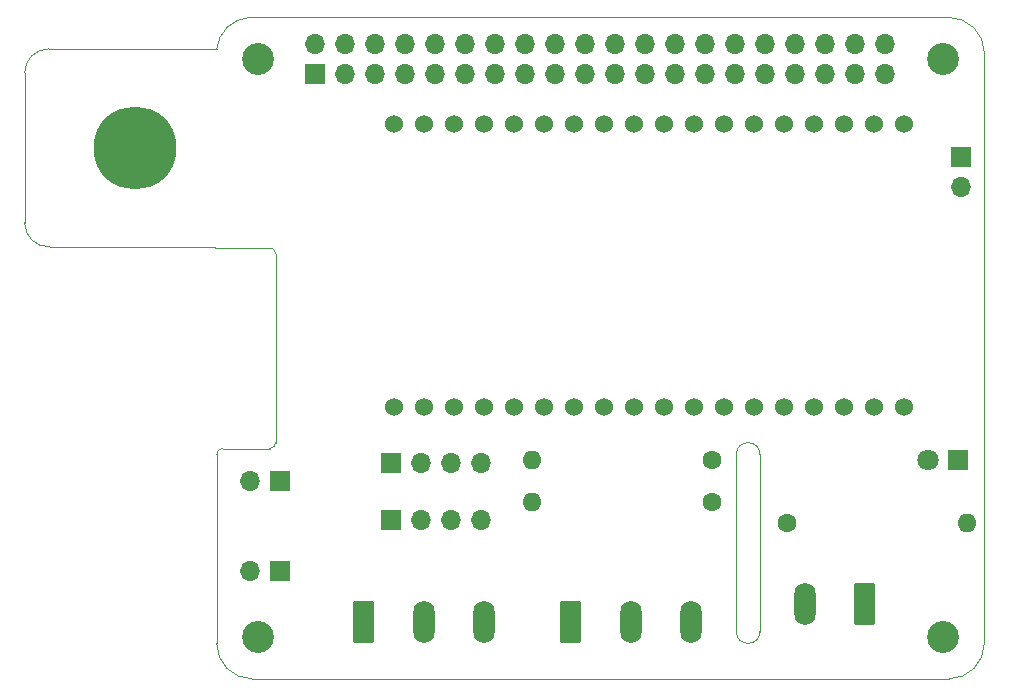
<source format=gbr>
%TF.GenerationSoftware,KiCad,Pcbnew,5.1.5+dfsg1-2build2*%
%TF.CreationDate,2021-04-13T00:34:59-04:00*%
%TF.ProjectId,rasp_heltec_lora_hat,72617370-5f68-4656-9c74-65635f6c6f72,rev?*%
%TF.SameCoordinates,PXbebc200PY8f0d180*%
%TF.FileFunction,Soldermask,Top*%
%TF.FilePolarity,Negative*%
%FSLAX46Y46*%
G04 Gerber Fmt 4.6, Leading zero omitted, Abs format (unit mm)*
G04 Created by KiCad (PCBNEW 5.1.5+dfsg1-2build2) date 2021-04-13 00:34:59*
%MOMM*%
%LPD*%
G04 APERTURE LIST*
%TA.AperFunction,Profile*%
%ADD10C,0.100000*%
%TD*%
%ADD11C,7.000000*%
%ADD12R,1.700000X1.700000*%
%ADD13O,1.700000X1.700000*%
%ADD14C,2.700000*%
%ADD15R,1.800000X1.800000*%
%ADD16C,1.800000*%
%ADD17C,0.100000*%
%ADD18O,1.800000X3.600000*%
%ADD19O,1.600000X1.600000*%
%ADD20C,1.600000*%
%ADD21C,1.524000*%
G04 APERTURE END LIST*
D10*
X-190000Y36578171D02*
X-40000Y36500000D01*
X-14130098Y36578171D02*
X-190000Y36578171D01*
X-14130098Y36578171D02*
G75*
G02X-16256000Y38608000I-93902J2029829D01*
G01*
X-16256000Y51308000D02*
G75*
G02X-14224000Y53340000I2032000J0D01*
G01*
X-40000Y36500000D02*
X500000Y36500000D01*
X-16256000Y51308000D02*
X-16256000Y38608000D01*
X0Y53340000D02*
X-14224000Y53340000D01*
X44000000Y4000000D02*
X44000000Y19000000D01*
X46000000Y19000000D02*
X46000000Y4000000D01*
X46000000Y19000000D02*
G75*
G03X44000000Y19000000I-1000000J0D01*
G01*
X44000000Y4000000D02*
G75*
G03X46000000Y4000000I1000000J0D01*
G01*
X499127Y19499999D02*
G75*
G03X0Y19000000I873J-499999D01*
G01*
X4500000Y19500000D02*
G75*
G03X5000000Y20000000I0J500000D01*
G01*
X5000000Y36000000D02*
G75*
G03X4500000Y36500000I-500000J0D01*
G01*
X65000000Y53000000D02*
G75*
G03X62000000Y56000000I-3000000J0D01*
G01*
X62000000Y0D02*
G75*
G03X65000000Y3000000I0J3000000D01*
G01*
X0Y3000000D02*
G75*
G03X3000000Y0I3000000J0D01*
G01*
X2794452Y56012200D02*
G75*
G03X0Y53340000I205548J-3012200D01*
G01*
X62000000Y56000000D02*
X2794452Y56012200D01*
X4500000Y19500000D02*
X500000Y19500000D01*
X5000000Y36000000D02*
X5000000Y20000000D01*
X500000Y36500000D02*
X4500000Y36500000D01*
X65000000Y3000000D02*
X65000000Y53000000D01*
X3000000Y0D02*
X62000000Y0D01*
X0Y19000000D02*
X0Y3000000D01*
D11*
%TO.C,Antena LoRa*%
X-6874000Y44958000D03*
%TD*%
D12*
%TO.C,P1*%
X8370000Y51230000D03*
D13*
X8370000Y53770000D03*
X10910000Y51230000D03*
X10910000Y53770000D03*
X13450000Y51230000D03*
X13450000Y53770000D03*
X15990000Y51230000D03*
X15990000Y53770000D03*
X18530000Y51230000D03*
X18530000Y53770000D03*
X21070000Y51230000D03*
X21070000Y53770000D03*
X23610000Y51230000D03*
X23610000Y53770000D03*
X26150000Y51230000D03*
X26150000Y53770000D03*
X28690000Y51230000D03*
X28690000Y53770000D03*
X31230000Y51230000D03*
X31230000Y53770000D03*
X33770000Y51230000D03*
X33770000Y53770000D03*
X36310000Y51230000D03*
X36310000Y53770000D03*
X38850000Y51230000D03*
X38850000Y53770000D03*
X41390000Y51230000D03*
X41390000Y53770000D03*
X43930000Y51230000D03*
X43930000Y53770000D03*
X46470000Y51230000D03*
X46470000Y53770000D03*
X49010000Y51230000D03*
X49010000Y53770000D03*
X51550000Y51230000D03*
X51550000Y53770000D03*
X54090000Y51230000D03*
X54090000Y53770000D03*
X56630000Y51230000D03*
X56630000Y53770000D03*
%TD*%
D14*
%TO.C, *%
X61500000Y3500000D03*
%TD*%
%TO.C, *%
X3500000Y3500000D03*
%TD*%
%TO.C, *%
X61500000Y52500000D03*
%TD*%
%TO.C, *%
X3500000Y52500000D03*
%TD*%
D15*
%TO.C,D1*%
X62738000Y18542000D03*
D16*
X60198000Y18542000D03*
%TD*%
D12*
%TO.C,J1*%
X14732000Y13462000D03*
D13*
X17272000Y13462000D03*
X19812000Y13462000D03*
X22352000Y13462000D03*
%TD*%
%TO.C,J2*%
X22352000Y18288000D03*
X19812000Y18288000D03*
X17272000Y18288000D03*
D12*
X14732000Y18288000D03*
%TD*%
D17*
%TO.C,J3 - DAC*%
G36*
X55538504Y8148796D02*
G01*
X55562773Y8145196D01*
X55586571Y8139235D01*
X55609671Y8130970D01*
X55631849Y8120480D01*
X55652893Y8107867D01*
X55672598Y8093253D01*
X55690777Y8076777D01*
X55707253Y8058598D01*
X55721867Y8038893D01*
X55734480Y8017849D01*
X55744970Y7995671D01*
X55753235Y7972571D01*
X55759196Y7948773D01*
X55762796Y7924504D01*
X55764000Y7900000D01*
X55764000Y4800000D01*
X55762796Y4775496D01*
X55759196Y4751227D01*
X55753235Y4727429D01*
X55744970Y4704329D01*
X55734480Y4682151D01*
X55721867Y4661107D01*
X55707253Y4641402D01*
X55690777Y4623223D01*
X55672598Y4606747D01*
X55652893Y4592133D01*
X55631849Y4579520D01*
X55609671Y4569030D01*
X55586571Y4560765D01*
X55562773Y4554804D01*
X55538504Y4551204D01*
X55514000Y4550000D01*
X54214000Y4550000D01*
X54189496Y4551204D01*
X54165227Y4554804D01*
X54141429Y4560765D01*
X54118329Y4569030D01*
X54096151Y4579520D01*
X54075107Y4592133D01*
X54055402Y4606747D01*
X54037223Y4623223D01*
X54020747Y4641402D01*
X54006133Y4661107D01*
X53993520Y4682151D01*
X53983030Y4704329D01*
X53974765Y4727429D01*
X53968804Y4751227D01*
X53965204Y4775496D01*
X53964000Y4800000D01*
X53964000Y7900000D01*
X53965204Y7924504D01*
X53968804Y7948773D01*
X53974765Y7972571D01*
X53983030Y7995671D01*
X53993520Y8017849D01*
X54006133Y8038893D01*
X54020747Y8058598D01*
X54037223Y8076777D01*
X54055402Y8093253D01*
X54075107Y8107867D01*
X54096151Y8120480D01*
X54118329Y8130970D01*
X54141429Y8139235D01*
X54165227Y8145196D01*
X54189496Y8148796D01*
X54214000Y8150000D01*
X55514000Y8150000D01*
X55538504Y8148796D01*
G37*
D18*
X49784000Y6350000D03*
%TD*%
%TO.C,J4 - ALIMENTACAO*%
X40132000Y4826000D03*
X35052000Y4826000D03*
D17*
G36*
X30646504Y6624796D02*
G01*
X30670773Y6621196D01*
X30694571Y6615235D01*
X30717671Y6606970D01*
X30739849Y6596480D01*
X30760893Y6583867D01*
X30780598Y6569253D01*
X30798777Y6552777D01*
X30815253Y6534598D01*
X30829867Y6514893D01*
X30842480Y6493849D01*
X30852970Y6471671D01*
X30861235Y6448571D01*
X30867196Y6424773D01*
X30870796Y6400504D01*
X30872000Y6376000D01*
X30872000Y3276000D01*
X30870796Y3251496D01*
X30867196Y3227227D01*
X30861235Y3203429D01*
X30852970Y3180329D01*
X30842480Y3158151D01*
X30829867Y3137107D01*
X30815253Y3117402D01*
X30798777Y3099223D01*
X30780598Y3082747D01*
X30760893Y3068133D01*
X30739849Y3055520D01*
X30717671Y3045030D01*
X30694571Y3036765D01*
X30670773Y3030804D01*
X30646504Y3027204D01*
X30622000Y3026000D01*
X29322000Y3026000D01*
X29297496Y3027204D01*
X29273227Y3030804D01*
X29249429Y3036765D01*
X29226329Y3045030D01*
X29204151Y3055520D01*
X29183107Y3068133D01*
X29163402Y3082747D01*
X29145223Y3099223D01*
X29128747Y3117402D01*
X29114133Y3137107D01*
X29101520Y3158151D01*
X29091030Y3180329D01*
X29082765Y3203429D01*
X29076804Y3227227D01*
X29073204Y3251496D01*
X29072000Y3276000D01*
X29072000Y6376000D01*
X29073204Y6400504D01*
X29076804Y6424773D01*
X29082765Y6448571D01*
X29091030Y6471671D01*
X29101520Y6493849D01*
X29114133Y6514893D01*
X29128747Y6534598D01*
X29145223Y6552777D01*
X29163402Y6569253D01*
X29183107Y6583867D01*
X29204151Y6596480D01*
X29226329Y6606970D01*
X29249429Y6615235D01*
X29273227Y6621196D01*
X29297496Y6624796D01*
X29322000Y6626000D01*
X30622000Y6626000D01*
X30646504Y6624796D01*
G37*
%TD*%
%TO.C,J5 - ADC1*%
G36*
X13120504Y6624796D02*
G01*
X13144773Y6621196D01*
X13168571Y6615235D01*
X13191671Y6606970D01*
X13213849Y6596480D01*
X13234893Y6583867D01*
X13254598Y6569253D01*
X13272777Y6552777D01*
X13289253Y6534598D01*
X13303867Y6514893D01*
X13316480Y6493849D01*
X13326970Y6471671D01*
X13335235Y6448571D01*
X13341196Y6424773D01*
X13344796Y6400504D01*
X13346000Y6376000D01*
X13346000Y3276000D01*
X13344796Y3251496D01*
X13341196Y3227227D01*
X13335235Y3203429D01*
X13326970Y3180329D01*
X13316480Y3158151D01*
X13303867Y3137107D01*
X13289253Y3117402D01*
X13272777Y3099223D01*
X13254598Y3082747D01*
X13234893Y3068133D01*
X13213849Y3055520D01*
X13191671Y3045030D01*
X13168571Y3036765D01*
X13144773Y3030804D01*
X13120504Y3027204D01*
X13096000Y3026000D01*
X11796000Y3026000D01*
X11771496Y3027204D01*
X11747227Y3030804D01*
X11723429Y3036765D01*
X11700329Y3045030D01*
X11678151Y3055520D01*
X11657107Y3068133D01*
X11637402Y3082747D01*
X11619223Y3099223D01*
X11602747Y3117402D01*
X11588133Y3137107D01*
X11575520Y3158151D01*
X11565030Y3180329D01*
X11556765Y3203429D01*
X11550804Y3227227D01*
X11547204Y3251496D01*
X11546000Y3276000D01*
X11546000Y6376000D01*
X11547204Y6400504D01*
X11550804Y6424773D01*
X11556765Y6448571D01*
X11565030Y6471671D01*
X11575520Y6493849D01*
X11588133Y6514893D01*
X11602747Y6534598D01*
X11619223Y6552777D01*
X11637402Y6569253D01*
X11657107Y6583867D01*
X11678151Y6596480D01*
X11700329Y6606970D01*
X11723429Y6615235D01*
X11747227Y6621196D01*
X11771496Y6624796D01*
X11796000Y6626000D01*
X13096000Y6626000D01*
X13120504Y6624796D01*
G37*
D18*
X17526000Y4826000D03*
X22606000Y4826000D03*
%TD*%
D12*
%TO.C,JP1 - SDA*%
X5334000Y16764000D03*
D13*
X2794000Y16764000D03*
%TD*%
%TO.C,JP2 - SCL*%
X2794000Y9144000D03*
D12*
X5334000Y9144000D03*
%TD*%
%TO.C,JP3 - ALIM HELTEC*%
X62992000Y44196000D03*
D13*
X62992000Y41656000D03*
%TD*%
D19*
%TO.C,R1*%
X26670000Y14986000D03*
D20*
X41910000Y14986000D03*
%TD*%
%TO.C,R2*%
X41910000Y18542000D03*
D19*
X26670000Y18542000D03*
%TD*%
D20*
%TO.C,R3*%
X48260000Y13208000D03*
D19*
X63500000Y13208000D03*
%TD*%
D21*
%TO.C,U1*%
X58166000Y46990000D03*
X55626000Y46990000D03*
X53086000Y46990000D03*
X50546000Y46990000D03*
X48006000Y46990000D03*
X45466000Y46990000D03*
X42926000Y46990000D03*
X40386000Y46990000D03*
X37846000Y46990000D03*
X35306000Y46990000D03*
X32766000Y46990000D03*
X30226000Y46990000D03*
X27686000Y46990000D03*
X25146000Y46990000D03*
X22606000Y46990000D03*
X20066000Y46990000D03*
X17526000Y46990000D03*
X14986000Y46990000D03*
X14986000Y23050500D03*
X17526000Y23050500D03*
X20066000Y23050500D03*
X22606000Y23050500D03*
X25146000Y23050500D03*
X27686000Y23050500D03*
X30226000Y23050500D03*
X32766000Y23050500D03*
X35306000Y23050500D03*
X37909500Y23050500D03*
X40449500Y23050500D03*
X42989500Y23050500D03*
X45529500Y23050500D03*
X48069500Y23050500D03*
X50609500Y23050500D03*
X53149500Y23050500D03*
X55626000Y23050500D03*
X58166000Y23050500D03*
%TD*%
M02*

</source>
